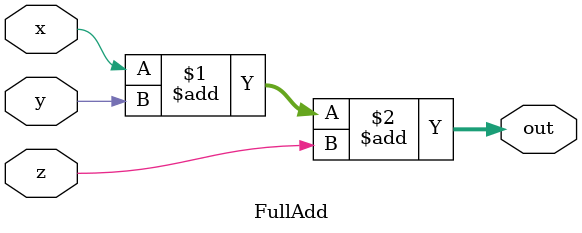
<source format=v>


module FullAdd(x, y, z, out);  
 
    input x, y, z;  
 
    output [1 : 0] out;  
 
    assign out = x + y + z;   
 
endmodule  
</source>
